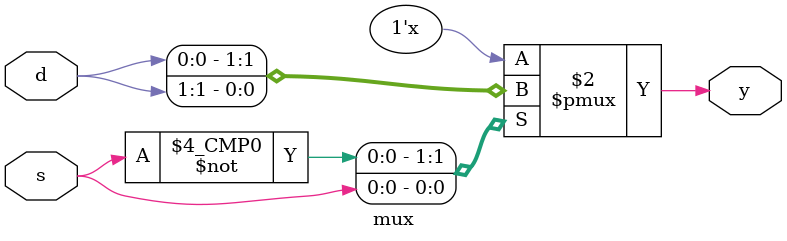
<source format=v>
`timescale 1ns / 1ps

module mux(y,s,d);
output y;
input  s;
input [1:0] d;
reg y;

always@(*)
begin
case({s})
1'b0 : y=d[0];
1'b1 : y=d[1];
endcase
end
endmodule
    
</source>
